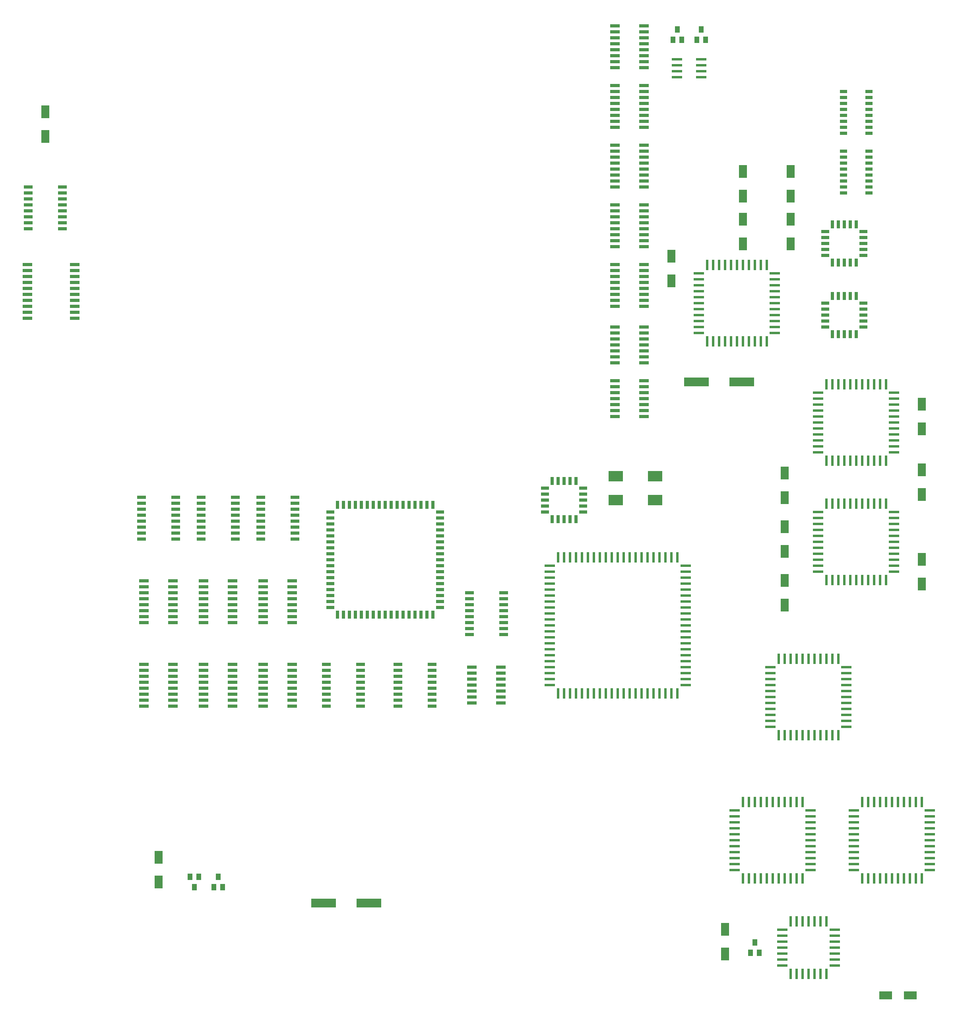
<source format=gtp>
G04 EAGLE Gerber RS-274X export*
G75*
%MOMM*%
%FSLAX34Y34*%
%LPD*%
%INSolderpaste Top*%
%IPPOS*%
%AMOC8*
5,1,8,0,0,1.08239X$1,22.5*%
G01*
%ADD10R,2.032000X0.660400*%
%ADD11R,1.910000X0.640000*%
%ADD12R,1.800000X0.760000*%
%ADD13R,0.760000X1.800000*%
%ADD14R,0.600000X2.200000*%
%ADD15R,2.200000X0.600000*%
%ADD16R,1.000000X1.400000*%
%ADD17R,1.524000X0.635000*%
%ADD18R,1.800000X2.750000*%
%ADD19R,5.334000X1.930400*%
%ADD20R,2.750000X1.800000*%
%ADD21R,3.048000X2.184400*%


D10*
X164592Y1530350D03*
X164592Y1543050D03*
X164592Y1555750D03*
X164592Y1568450D03*
X164592Y1581150D03*
X164592Y1593850D03*
X164592Y1606550D03*
X164592Y1619250D03*
X64008Y1619250D03*
X64008Y1606550D03*
X64008Y1593850D03*
X64008Y1581150D03*
X64008Y1568450D03*
X64008Y1555750D03*
X64008Y1543050D03*
X64008Y1530350D03*
X164592Y1631950D03*
X164592Y1644650D03*
X64008Y1631950D03*
X64008Y1644650D03*
D11*
X137800Y1720850D03*
X137800Y1733550D03*
X137800Y1746250D03*
X137800Y1758950D03*
X137800Y1771650D03*
X137800Y1784350D03*
X137800Y1797050D03*
X137800Y1809750D03*
X65400Y1809750D03*
X65400Y1797050D03*
X65400Y1784350D03*
X65400Y1771650D03*
X65400Y1758950D03*
X65400Y1746250D03*
X65400Y1733550D03*
X65400Y1720850D03*
X379100Y1060450D03*
X379100Y1073150D03*
X379100Y1085850D03*
X379100Y1098550D03*
X379100Y1111250D03*
X379100Y1123950D03*
X379100Y1136650D03*
X379100Y1149350D03*
X306700Y1149350D03*
X306700Y1136650D03*
X306700Y1123950D03*
X306700Y1111250D03*
X306700Y1098550D03*
X306700Y1085850D03*
X306700Y1073150D03*
X306700Y1060450D03*
X506100Y1060450D03*
X506100Y1073150D03*
X506100Y1085850D03*
X506100Y1098550D03*
X506100Y1111250D03*
X506100Y1123950D03*
X506100Y1136650D03*
X506100Y1149350D03*
X433700Y1149350D03*
X433700Y1136650D03*
X433700Y1123950D03*
X433700Y1111250D03*
X433700Y1098550D03*
X433700Y1085850D03*
X433700Y1073150D03*
X433700Y1060450D03*
X633100Y1060450D03*
X633100Y1073150D03*
X633100Y1085850D03*
X633100Y1098550D03*
X633100Y1111250D03*
X633100Y1123950D03*
X633100Y1136650D03*
X633100Y1149350D03*
X560700Y1149350D03*
X560700Y1136650D03*
X560700Y1123950D03*
X560700Y1111250D03*
X560700Y1098550D03*
X560700Y1085850D03*
X560700Y1073150D03*
X560700Y1060450D03*
D12*
X1247000Y1117600D03*
X1247000Y1130300D03*
X1247000Y1143000D03*
X1247000Y1155700D03*
X1247000Y1168400D03*
X1166000Y1117600D03*
X1166000Y1130300D03*
X1166000Y1143000D03*
X1166000Y1155700D03*
X1166000Y1168400D03*
D13*
X1181100Y1183500D03*
X1193800Y1183500D03*
X1206500Y1183500D03*
X1219200Y1183500D03*
X1231900Y1183500D03*
X1231900Y1102500D03*
X1219200Y1102500D03*
X1206500Y1102500D03*
X1193800Y1102500D03*
X1181100Y1102500D03*
D10*
X373634Y882650D03*
X312166Y882650D03*
X373634Y895350D03*
X373634Y908050D03*
X312166Y895350D03*
X312166Y908050D03*
X373634Y920750D03*
X312166Y920750D03*
X373634Y933450D03*
X312166Y933450D03*
X373634Y946150D03*
X373634Y958850D03*
X312166Y946150D03*
X312166Y958850D03*
X373634Y971550D03*
X312166Y971550D03*
X500634Y882650D03*
X439166Y882650D03*
X500634Y895350D03*
X500634Y908050D03*
X439166Y895350D03*
X439166Y908050D03*
X500634Y920750D03*
X439166Y920750D03*
X500634Y933450D03*
X439166Y933450D03*
X500634Y946150D03*
X500634Y958850D03*
X439166Y946150D03*
X439166Y958850D03*
X500634Y971550D03*
X439166Y971550D03*
X627634Y882650D03*
X566166Y882650D03*
X627634Y895350D03*
X627634Y908050D03*
X566166Y895350D03*
X566166Y908050D03*
X627634Y920750D03*
X566166Y920750D03*
X627634Y933450D03*
X566166Y933450D03*
X627634Y946150D03*
X627634Y958850D03*
X566166Y946150D03*
X566166Y958850D03*
X627634Y971550D03*
X566166Y971550D03*
D13*
X774700Y899300D03*
X787400Y899300D03*
X800100Y899300D03*
X812800Y899300D03*
X825500Y899300D03*
X838200Y899300D03*
X850900Y899300D03*
X800100Y1132700D03*
X812800Y1132700D03*
X825500Y1132700D03*
X838200Y1132700D03*
X850900Y1132700D03*
X863600Y1132700D03*
X876300Y1132700D03*
D12*
X708800Y914400D03*
X708800Y990600D03*
X708800Y1003300D03*
X708800Y1016000D03*
X708800Y1028700D03*
X708800Y1041400D03*
X708800Y1054100D03*
X942200Y914400D03*
X942200Y990600D03*
X942200Y1003300D03*
X942200Y1016000D03*
X942200Y1028700D03*
X942200Y1041400D03*
X942200Y1054100D03*
D13*
X863600Y899300D03*
X876300Y899300D03*
X787400Y1132700D03*
X774700Y1132700D03*
X889000Y1132700D03*
D12*
X942200Y1066800D03*
X942200Y1079500D03*
X942200Y977900D03*
X942200Y965200D03*
D13*
X889000Y899300D03*
D12*
X708800Y977900D03*
X708800Y965200D03*
X708800Y1066800D03*
X708800Y1079500D03*
D13*
X762000Y1132700D03*
X762000Y899300D03*
D12*
X942200Y952500D03*
X942200Y939800D03*
X942200Y927100D03*
D13*
X901700Y899300D03*
X914400Y899300D03*
X927100Y899300D03*
X749300Y899300D03*
X736600Y899300D03*
X723900Y899300D03*
D12*
X708800Y952500D03*
X708800Y939800D03*
X708800Y927100D03*
D13*
X749300Y1132700D03*
X736600Y1132700D03*
X723900Y1132700D03*
D12*
X708800Y1092200D03*
X708800Y1104900D03*
X708800Y1117600D03*
D13*
X901700Y1132700D03*
X914400Y1132700D03*
X927100Y1132700D03*
D12*
X942200Y1092200D03*
X942200Y1104900D03*
X942200Y1117600D03*
D10*
X373634Y704850D03*
X312166Y704850D03*
X373634Y717550D03*
X373634Y730250D03*
X312166Y717550D03*
X312166Y730250D03*
X373634Y742950D03*
X312166Y742950D03*
X373634Y755650D03*
X312166Y755650D03*
X373634Y768350D03*
X373634Y781050D03*
X312166Y768350D03*
X312166Y781050D03*
X373634Y793750D03*
X312166Y793750D03*
X500634Y704850D03*
X439166Y704850D03*
X500634Y717550D03*
X500634Y730250D03*
X439166Y717550D03*
X439166Y730250D03*
X500634Y742950D03*
X439166Y742950D03*
X500634Y755650D03*
X439166Y755650D03*
X500634Y768350D03*
X500634Y781050D03*
X439166Y768350D03*
X439166Y781050D03*
X500634Y793750D03*
X439166Y793750D03*
X627634Y704850D03*
X566166Y704850D03*
X627634Y717550D03*
X627634Y730250D03*
X566166Y717550D03*
X566166Y730250D03*
X627634Y742950D03*
X566166Y742950D03*
X627634Y755650D03*
X566166Y755650D03*
X627634Y768350D03*
X627634Y781050D03*
X566166Y768350D03*
X566166Y781050D03*
X627634Y793750D03*
X566166Y793750D03*
D14*
X1320800Y1021300D03*
X1308100Y1021300D03*
X1295400Y1021300D03*
X1282700Y1021300D03*
X1270000Y1021300D03*
X1257300Y1021300D03*
X1244600Y1021300D03*
X1231900Y1021300D03*
X1219200Y1021300D03*
X1206500Y1021300D03*
X1193800Y1021300D03*
D15*
X1175800Y1003300D03*
X1175800Y990600D03*
X1175800Y977900D03*
X1175800Y965200D03*
X1175800Y952500D03*
X1175800Y939800D03*
X1175800Y927100D03*
X1175800Y914400D03*
X1175800Y901700D03*
X1175800Y889000D03*
X1175800Y876300D03*
X1175800Y863600D03*
X1175800Y850900D03*
X1175800Y838200D03*
X1175800Y825500D03*
X1175800Y812800D03*
X1175800Y800100D03*
X1175800Y787400D03*
X1175800Y774700D03*
X1175800Y762000D03*
X1175800Y749300D03*
D14*
X1193800Y731300D03*
X1206500Y731300D03*
X1219200Y731300D03*
X1231900Y731300D03*
X1244600Y731300D03*
X1257300Y731300D03*
X1270000Y731300D03*
X1282700Y731300D03*
X1295400Y731300D03*
X1308100Y731300D03*
X1320800Y731300D03*
X1333500Y731300D03*
X1346200Y731300D03*
X1358900Y731300D03*
X1371600Y731300D03*
X1384300Y731300D03*
X1397000Y731300D03*
X1409700Y731300D03*
X1422400Y731300D03*
X1435100Y731300D03*
X1447800Y731300D03*
D15*
X1465800Y749300D03*
X1465800Y762000D03*
X1465800Y774700D03*
X1465800Y787400D03*
X1465800Y800100D03*
X1465800Y812800D03*
X1465800Y825500D03*
X1465800Y838200D03*
X1465800Y850900D03*
X1465800Y863600D03*
X1465800Y876300D03*
X1465800Y889000D03*
X1465800Y901700D03*
X1465800Y914400D03*
X1465800Y927100D03*
X1465800Y939800D03*
X1465800Y952500D03*
X1465800Y965200D03*
X1465800Y977900D03*
X1465800Y990600D03*
X1465800Y1003300D03*
D14*
X1447800Y1021300D03*
X1435100Y1021300D03*
X1422400Y1021300D03*
X1409700Y1021300D03*
X1397000Y1021300D03*
X1384300Y1021300D03*
X1371600Y1021300D03*
X1358900Y1021300D03*
X1346200Y1021300D03*
X1333500Y1021300D03*
X1727200Y246500D03*
X1714500Y246500D03*
X1701800Y246500D03*
X1689100Y246500D03*
D15*
X1671200Y228600D03*
X1671200Y215900D03*
X1671200Y203200D03*
X1671200Y190500D03*
X1671200Y177800D03*
X1671200Y165100D03*
X1671200Y152400D03*
D14*
X1689100Y134500D03*
X1701800Y134500D03*
X1714500Y134500D03*
X1727200Y134500D03*
X1739900Y134500D03*
X1752600Y134500D03*
X1765300Y134500D03*
D15*
X1783200Y152400D03*
X1783200Y165100D03*
X1783200Y177800D03*
X1783200Y190500D03*
X1783200Y203200D03*
X1783200Y215900D03*
X1783200Y228600D03*
D14*
X1765300Y246500D03*
X1752600Y246500D03*
X1739900Y246500D03*
D10*
X1072134Y711200D03*
X1010666Y711200D03*
X1072134Y723900D03*
X1072134Y736600D03*
X1010666Y723900D03*
X1010666Y736600D03*
X1072134Y749300D03*
X1010666Y749300D03*
X1072134Y762000D03*
X1072134Y774700D03*
X1010666Y762000D03*
X1010666Y774700D03*
X1072134Y787400D03*
X1010666Y787400D03*
X1376934Y1682750D03*
X1315466Y1682750D03*
X1376934Y1695450D03*
X1376934Y1708150D03*
X1315466Y1695450D03*
X1315466Y1708150D03*
X1376934Y1720850D03*
X1315466Y1720850D03*
X1376934Y1733550D03*
X1315466Y1733550D03*
X1376934Y1746250D03*
X1376934Y1758950D03*
X1315466Y1746250D03*
X1315466Y1758950D03*
X1376934Y1771650D03*
X1315466Y1771650D03*
X1376934Y1809750D03*
X1315466Y1809750D03*
X1376934Y1822450D03*
X1376934Y1835150D03*
X1315466Y1822450D03*
X1315466Y1835150D03*
X1376934Y1847850D03*
X1315466Y1847850D03*
X1376934Y1860550D03*
X1315466Y1860550D03*
X1376934Y1873250D03*
X1376934Y1885950D03*
X1315466Y1873250D03*
X1315466Y1885950D03*
X1376934Y1898650D03*
X1315466Y1898650D03*
X1376934Y1936750D03*
X1315466Y1936750D03*
X1376934Y1949450D03*
X1376934Y1962150D03*
X1315466Y1949450D03*
X1315466Y1962150D03*
X1376934Y1974850D03*
X1315466Y1974850D03*
X1376934Y1987550D03*
X1315466Y1987550D03*
X1376934Y2000250D03*
X1376934Y2012950D03*
X1315466Y2000250D03*
X1315466Y2012950D03*
X1376934Y2025650D03*
X1315466Y2025650D03*
X1376934Y2063750D03*
X1315466Y2063750D03*
X1376934Y2076450D03*
X1376934Y2089150D03*
X1315466Y2076450D03*
X1315466Y2089150D03*
X1376934Y2101850D03*
X1315466Y2101850D03*
X1376934Y2114550D03*
X1315466Y2114550D03*
X1376934Y2127250D03*
X1376934Y2139950D03*
X1315466Y2127250D03*
X1315466Y2139950D03*
X1376934Y2152650D03*
X1315466Y2152650D03*
X1376934Y1320800D03*
X1315466Y1320800D03*
X1376934Y1333500D03*
X1376934Y1346200D03*
X1315466Y1333500D03*
X1315466Y1346200D03*
X1376934Y1358900D03*
X1315466Y1358900D03*
X1376934Y1371600D03*
X1376934Y1384300D03*
X1315466Y1371600D03*
X1315466Y1384300D03*
X1376934Y1397000D03*
X1315466Y1397000D03*
X1376934Y1435100D03*
X1315466Y1435100D03*
X1376934Y1447800D03*
X1376934Y1460500D03*
X1315466Y1447800D03*
X1315466Y1460500D03*
X1376934Y1473200D03*
X1315466Y1473200D03*
X1376934Y1485900D03*
X1376934Y1498600D03*
X1315466Y1485900D03*
X1315466Y1498600D03*
X1376934Y1511300D03*
X1315466Y1511300D03*
X1376934Y1555750D03*
X1315466Y1555750D03*
X1376934Y1568450D03*
X1376934Y1581150D03*
X1315466Y1568450D03*
X1315466Y1581150D03*
X1376934Y1593850D03*
X1315466Y1593850D03*
X1376934Y1606550D03*
X1315466Y1606550D03*
X1376934Y1619250D03*
X1376934Y1631950D03*
X1315466Y1619250D03*
X1315466Y1631950D03*
X1376934Y1644650D03*
X1315466Y1644650D03*
D15*
X1909800Y1054100D03*
X1909800Y1066800D03*
X1909800Y1079500D03*
X1909800Y1092200D03*
X1909800Y1104900D03*
X1909800Y1117600D03*
D14*
X1892300Y1135100D03*
X1879600Y1135100D03*
X1866900Y1135100D03*
X1854200Y1135100D03*
X1841500Y1135100D03*
X1828800Y1135100D03*
X1816100Y1135100D03*
X1803400Y1135100D03*
X1790700Y1135100D03*
X1778000Y1135100D03*
X1765300Y1135100D03*
D15*
X1747800Y1117600D03*
X1747800Y1104900D03*
X1747800Y1092200D03*
X1747800Y1079500D03*
X1747800Y1066800D03*
X1747800Y1054100D03*
X1747800Y1041400D03*
X1747800Y1028700D03*
X1747800Y1016000D03*
X1747800Y1003300D03*
X1747800Y990600D03*
D14*
X1765300Y973100D03*
X1778000Y973100D03*
X1790700Y973100D03*
X1803400Y973100D03*
X1816100Y973100D03*
X1828800Y973100D03*
X1841500Y973100D03*
X1854200Y973100D03*
X1866900Y973100D03*
X1879600Y973100D03*
X1892300Y973100D03*
D15*
X1909800Y990600D03*
X1909800Y1003300D03*
X1909800Y1016000D03*
X1909800Y1028700D03*
X1909800Y1041400D03*
X1808200Y723900D03*
X1808200Y736600D03*
X1808200Y749300D03*
X1808200Y762000D03*
X1808200Y774700D03*
X1808200Y787400D03*
D14*
X1790700Y804900D03*
X1778000Y804900D03*
X1765300Y804900D03*
X1752600Y804900D03*
X1739900Y804900D03*
X1727200Y804900D03*
X1714500Y804900D03*
X1701800Y804900D03*
X1689100Y804900D03*
X1676400Y804900D03*
X1663700Y804900D03*
D15*
X1646200Y787400D03*
X1646200Y774700D03*
X1646200Y762000D03*
X1646200Y749300D03*
X1646200Y736600D03*
X1646200Y723900D03*
X1646200Y711200D03*
X1646200Y698500D03*
X1646200Y685800D03*
X1646200Y673100D03*
X1646200Y660400D03*
D14*
X1663700Y642900D03*
X1676400Y642900D03*
X1689100Y642900D03*
X1701800Y642900D03*
X1714500Y642900D03*
X1727200Y642900D03*
X1739900Y642900D03*
X1752600Y642900D03*
X1765300Y642900D03*
X1778000Y642900D03*
X1790700Y642900D03*
D15*
X1808200Y660400D03*
X1808200Y673100D03*
X1808200Y685800D03*
X1808200Y698500D03*
X1808200Y711200D03*
X1747800Y1308100D03*
X1747800Y1295400D03*
X1747800Y1282700D03*
X1747800Y1270000D03*
X1747800Y1257300D03*
X1747800Y1244600D03*
D14*
X1765300Y1227100D03*
X1778000Y1227100D03*
X1790700Y1227100D03*
X1803400Y1227100D03*
X1816100Y1227100D03*
X1828800Y1227100D03*
X1841500Y1227100D03*
X1854200Y1227100D03*
X1866900Y1227100D03*
X1879600Y1227100D03*
X1892300Y1227100D03*
D15*
X1909800Y1244600D03*
X1909800Y1257300D03*
X1909800Y1270000D03*
X1909800Y1282700D03*
X1909800Y1295400D03*
X1909800Y1308100D03*
X1909800Y1320800D03*
X1909800Y1333500D03*
X1909800Y1346200D03*
X1909800Y1358900D03*
X1909800Y1371600D03*
D14*
X1892300Y1389100D03*
X1879600Y1389100D03*
X1866900Y1389100D03*
X1854200Y1389100D03*
X1841500Y1389100D03*
X1828800Y1389100D03*
X1816100Y1389100D03*
X1803400Y1389100D03*
X1790700Y1389100D03*
X1778000Y1389100D03*
X1765300Y1389100D03*
D15*
X1747800Y1371600D03*
X1747800Y1358900D03*
X1747800Y1346200D03*
X1747800Y1333500D03*
X1747800Y1320800D03*
X1493800Y1562100D03*
X1493800Y1549400D03*
X1493800Y1536700D03*
X1493800Y1524000D03*
X1493800Y1511300D03*
X1493800Y1498600D03*
D14*
X1511300Y1481100D03*
X1524000Y1481100D03*
X1536700Y1481100D03*
X1549400Y1481100D03*
X1562100Y1481100D03*
X1574800Y1481100D03*
X1587500Y1481100D03*
X1600200Y1481100D03*
X1612900Y1481100D03*
X1625600Y1481100D03*
X1638300Y1481100D03*
D15*
X1655800Y1498600D03*
X1655800Y1511300D03*
X1655800Y1524000D03*
X1655800Y1536700D03*
X1655800Y1549400D03*
X1655800Y1562100D03*
X1655800Y1574800D03*
X1655800Y1587500D03*
X1655800Y1600200D03*
X1655800Y1612900D03*
X1655800Y1625600D03*
D14*
X1638300Y1643100D03*
X1625600Y1643100D03*
X1612900Y1643100D03*
X1600200Y1643100D03*
X1587500Y1643100D03*
X1574800Y1643100D03*
X1562100Y1643100D03*
X1549400Y1643100D03*
X1536700Y1643100D03*
X1524000Y1643100D03*
X1511300Y1643100D03*
D15*
X1493800Y1625600D03*
X1493800Y1612900D03*
X1493800Y1600200D03*
X1493800Y1587500D03*
X1493800Y1574800D03*
D12*
X1843900Y1511300D03*
X1843900Y1524000D03*
X1843900Y1536700D03*
X1843900Y1549400D03*
X1843900Y1562100D03*
X1762900Y1511300D03*
X1762900Y1524000D03*
X1762900Y1536700D03*
X1762900Y1549400D03*
X1762900Y1562100D03*
D13*
X1778000Y1577200D03*
X1790700Y1577200D03*
X1803400Y1577200D03*
X1816100Y1577200D03*
X1828800Y1577200D03*
X1828800Y1496200D03*
X1816100Y1496200D03*
X1803400Y1496200D03*
X1790700Y1496200D03*
X1778000Y1496200D03*
D12*
X1843900Y1663700D03*
X1843900Y1676400D03*
X1843900Y1689100D03*
X1843900Y1701800D03*
X1843900Y1714500D03*
X1762900Y1663700D03*
X1762900Y1676400D03*
X1762900Y1689100D03*
X1762900Y1701800D03*
X1762900Y1714500D03*
D13*
X1778000Y1729600D03*
X1790700Y1729600D03*
X1803400Y1729600D03*
X1816100Y1729600D03*
X1828800Y1729600D03*
X1828800Y1648600D03*
X1816100Y1648600D03*
X1803400Y1648600D03*
X1790700Y1648600D03*
X1778000Y1648600D03*
D14*
X1651000Y338100D03*
X1663700Y338100D03*
X1676400Y338100D03*
X1689100Y338100D03*
X1701800Y338100D03*
X1714500Y338100D03*
D15*
X1732000Y355600D03*
X1732000Y368300D03*
X1732000Y381000D03*
X1732000Y393700D03*
X1732000Y406400D03*
X1732000Y419100D03*
X1732000Y431800D03*
X1732000Y444500D03*
X1732000Y457200D03*
X1732000Y469900D03*
X1732000Y482600D03*
D14*
X1714500Y500100D03*
X1701800Y500100D03*
X1689100Y500100D03*
X1676400Y500100D03*
X1663700Y500100D03*
X1651000Y500100D03*
X1638300Y500100D03*
X1625600Y500100D03*
X1612900Y500100D03*
X1600200Y500100D03*
X1587500Y500100D03*
D15*
X1570000Y482600D03*
X1570000Y469900D03*
X1570000Y457200D03*
X1570000Y444500D03*
X1570000Y431800D03*
X1570000Y419100D03*
X1570000Y406400D03*
X1570000Y393700D03*
X1570000Y381000D03*
X1570000Y368300D03*
X1570000Y355600D03*
D14*
X1587500Y338100D03*
X1600200Y338100D03*
X1612900Y338100D03*
X1625600Y338100D03*
X1638300Y338100D03*
X1905000Y338100D03*
X1917700Y338100D03*
X1930400Y338100D03*
X1943100Y338100D03*
X1955800Y338100D03*
X1968500Y338100D03*
D15*
X1986000Y355600D03*
X1986000Y368300D03*
X1986000Y381000D03*
X1986000Y393700D03*
X1986000Y406400D03*
X1986000Y419100D03*
X1986000Y431800D03*
X1986000Y444500D03*
X1986000Y457200D03*
X1986000Y469900D03*
X1986000Y482600D03*
D14*
X1968500Y500100D03*
X1955800Y500100D03*
X1943100Y500100D03*
X1930400Y500100D03*
X1917700Y500100D03*
X1905000Y500100D03*
X1892300Y500100D03*
X1879600Y500100D03*
X1866900Y500100D03*
X1854200Y500100D03*
X1841500Y500100D03*
D15*
X1824000Y482600D03*
X1824000Y469900D03*
X1824000Y457200D03*
X1824000Y444500D03*
X1824000Y431800D03*
X1824000Y419100D03*
X1824000Y406400D03*
X1824000Y393700D03*
X1824000Y381000D03*
X1824000Y368300D03*
X1824000Y355600D03*
D14*
X1841500Y338100D03*
X1854200Y338100D03*
X1866900Y338100D03*
X1879600Y338100D03*
X1892300Y338100D03*
D16*
X1612900Y201500D03*
X1622400Y179500D03*
X1603400Y179500D03*
X428600Y341200D03*
X409600Y341200D03*
X419100Y319200D03*
X460400Y319200D03*
X479400Y319200D03*
X469900Y341200D03*
D17*
X1855750Y1936750D03*
X1801850Y1962150D03*
X1855750Y1924050D03*
X1855750Y1949450D03*
X1855750Y1962150D03*
X1801850Y1949450D03*
X1801850Y1974850D03*
X1801850Y1987550D03*
X1855750Y1987550D03*
X1801850Y2012950D03*
X1855750Y1974850D03*
X1855750Y2000250D03*
X1801850Y2000250D03*
X1855750Y2012950D03*
X1801850Y1936750D03*
X1801850Y1924050D03*
X1855750Y1809750D03*
X1801850Y1835150D03*
X1855750Y1797050D03*
X1855750Y1822450D03*
X1855750Y1835150D03*
X1801850Y1822450D03*
X1801850Y1847850D03*
X1801850Y1860550D03*
X1855750Y1860550D03*
X1801850Y1885950D03*
X1855750Y1847850D03*
X1855750Y1873250D03*
X1801850Y1873250D03*
X1855750Y1885950D03*
X1801850Y1809750D03*
X1801850Y1797050D03*
D18*
X1689100Y1842350D03*
X1689100Y1789850D03*
X1587500Y1842350D03*
X1587500Y1789850D03*
X1587500Y1740750D03*
X1587500Y1688250D03*
X1689100Y1740750D03*
X1689100Y1688250D03*
D15*
X1499200Y2056130D03*
X1447200Y2056130D03*
X1499200Y2043430D03*
X1499200Y2068830D03*
X1499200Y2081530D03*
X1447200Y2043430D03*
X1447200Y2068830D03*
X1447200Y2081530D03*
D16*
X1447800Y2144600D03*
X1457300Y2122600D03*
X1438300Y2122600D03*
X1489100Y2122600D03*
X1508100Y2122600D03*
X1498600Y2144600D03*
D11*
X925200Y704850D03*
X925200Y717550D03*
X925200Y730250D03*
X925200Y742950D03*
X925200Y755650D03*
X925200Y768350D03*
X925200Y781050D03*
X925200Y793750D03*
X852800Y793750D03*
X852800Y781050D03*
X852800Y768350D03*
X852800Y755650D03*
X852800Y742950D03*
X852800Y730250D03*
X852800Y717550D03*
X852800Y704850D03*
X1077600Y857250D03*
X1077600Y869950D03*
X1077600Y882650D03*
X1077600Y895350D03*
X1077600Y908050D03*
X1077600Y920750D03*
X1077600Y933450D03*
X1077600Y946150D03*
X1005200Y946150D03*
X1005200Y933450D03*
X1005200Y920750D03*
X1005200Y908050D03*
X1005200Y895350D03*
X1005200Y882650D03*
X1005200Y869950D03*
X1005200Y857250D03*
X772800Y704850D03*
X772800Y717550D03*
X772800Y730250D03*
X772800Y742950D03*
X772800Y755650D03*
X772800Y768350D03*
X772800Y781050D03*
X772800Y793750D03*
X700400Y793750D03*
X700400Y781050D03*
X700400Y768350D03*
X700400Y755650D03*
X700400Y742950D03*
X700400Y730250D03*
X700400Y717550D03*
X700400Y704850D03*
D18*
X1676400Y1201000D03*
X1676400Y1148500D03*
X1676400Y1086700D03*
X1676400Y1034200D03*
X1676400Y972400D03*
X1676400Y919900D03*
X101600Y1969350D03*
X101600Y1916850D03*
X342900Y383120D03*
X342900Y330620D03*
X1435100Y1662010D03*
X1435100Y1609510D03*
X1549400Y229450D03*
X1549400Y176950D03*
D19*
X1584960Y1394460D03*
X1488440Y1394460D03*
X791210Y285750D03*
X694690Y285750D03*
D20*
X1891450Y88900D03*
X1943950Y88900D03*
D18*
X1968500Y1016850D03*
X1968500Y964350D03*
X1968500Y1207350D03*
X1968500Y1154850D03*
X1968500Y1347050D03*
X1968500Y1294550D03*
D21*
X1400810Y1143000D03*
X1400810Y1193800D03*
X1316990Y1193800D03*
X1316990Y1143000D03*
M02*

</source>
